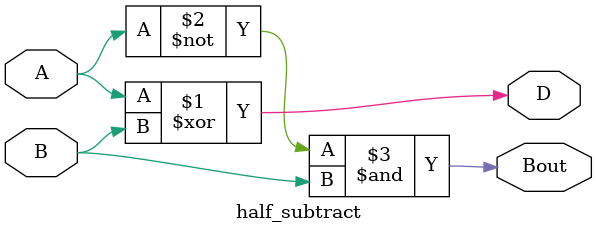
<source format=v>

module half_subtract(
  input wire A,
  input wire B,
  output wire Bout,
  output wire D
);

  // -------------------------------------------------------
  // use XOR gate to binary substract B from A into Diff D
  // -------------------------------------------------------
  xor(D, A, B);
  
  // -------------------------------------------------------
  // use AND gate to create output Bout, feed A as negated
  // -------------------------------------------------------
  and(Bout, ~A, B);
  
endmodule

</source>
